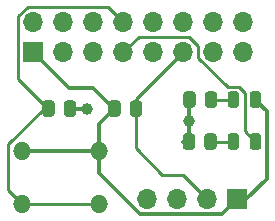
<source format=gtl>
G04 #@! TF.GenerationSoftware,KiCad,Pcbnew,5.1.10-88a1d61d58~90~ubuntu20.04.1*
G04 #@! TF.CreationDate,2021-08-20T19:04:53-03:00*
G04 #@! TF.ProjectId,003_Raspberry_Pi_HAT,3030335f-5261-4737-9062-657272795f50,V1*
G04 #@! TF.SameCoordinates,Original*
G04 #@! TF.FileFunction,Copper,L1,Top*
G04 #@! TF.FilePolarity,Positive*
%FSLAX46Y46*%
G04 Gerber Fmt 4.6, Leading zero omitted, Abs format (unit mm)*
G04 Created by KiCad (PCBNEW 5.1.10-88a1d61d58~90~ubuntu20.04.1) date 2021-08-20 19:04:53*
%MOMM*%
%LPD*%
G01*
G04 APERTURE LIST*
G04 #@! TA.AperFunction,ComponentPad*
%ADD10O,1.524000X1.524000*%
G04 #@! TD*
G04 #@! TA.AperFunction,ComponentPad*
%ADD11R,1.700000X1.700000*%
G04 #@! TD*
G04 #@! TA.AperFunction,ComponentPad*
%ADD12O,1.700000X1.700000*%
G04 #@! TD*
G04 #@! TA.AperFunction,ViaPad*
%ADD13C,1.000000*%
G04 #@! TD*
G04 #@! TA.AperFunction,Conductor*
%ADD14C,0.250000*%
G04 #@! TD*
G04 #@! TA.AperFunction,Conductor*
%ADD15C,0.300000*%
G04 #@! TD*
G04 APERTURE END LIST*
G04 #@! TA.AperFunction,SMDPad,CuDef*
G36*
G01*
X125653500Y-111708250D02*
X125653500Y-110795750D01*
G75*
G02*
X125897250Y-110552000I243750J0D01*
G01*
X126384750Y-110552000D01*
G75*
G02*
X126628500Y-110795750I0J-243750D01*
G01*
X126628500Y-111708250D01*
G75*
G02*
X126384750Y-111952000I-243750J0D01*
G01*
X125897250Y-111952000D01*
G75*
G02*
X125653500Y-111708250I0J243750D01*
G01*
G37*
G04 #@! TD.AperFunction*
G04 #@! TA.AperFunction,SMDPad,CuDef*
G36*
G01*
X127528500Y-111708250D02*
X127528500Y-110795750D01*
G75*
G02*
X127772250Y-110552000I243750J0D01*
G01*
X128259750Y-110552000D01*
G75*
G02*
X128503500Y-110795750I0J-243750D01*
G01*
X128503500Y-111708250D01*
G75*
G02*
X128259750Y-111952000I-243750J0D01*
G01*
X127772250Y-111952000D01*
G75*
G02*
X127528500Y-111708250I0J243750D01*
G01*
G37*
G04 #@! TD.AperFunction*
G04 #@! TA.AperFunction,SMDPad,CuDef*
G36*
G01*
X127528500Y-108152250D02*
X127528500Y-107239750D01*
G75*
G02*
X127772250Y-106996000I243750J0D01*
G01*
X128259750Y-106996000D01*
G75*
G02*
X128503500Y-107239750I0J-243750D01*
G01*
X128503500Y-108152250D01*
G75*
G02*
X128259750Y-108396000I-243750J0D01*
G01*
X127772250Y-108396000D01*
G75*
G02*
X127528500Y-108152250I0J243750D01*
G01*
G37*
G04 #@! TD.AperFunction*
G04 #@! TA.AperFunction,SMDPad,CuDef*
G36*
G01*
X125653500Y-108152250D02*
X125653500Y-107239750D01*
G75*
G02*
X125897250Y-106996000I243750J0D01*
G01*
X126384750Y-106996000D01*
G75*
G02*
X126628500Y-107239750I0J-243750D01*
G01*
X126628500Y-108152250D01*
G75*
G02*
X126384750Y-108396000I-243750J0D01*
G01*
X125897250Y-108396000D01*
G75*
G02*
X125653500Y-108152250I0J243750D01*
G01*
G37*
G04 #@! TD.AperFunction*
G04 #@! TA.AperFunction,SMDPad,CuDef*
G36*
G01*
X111802500Y-108908001D02*
X111802500Y-108007999D01*
G75*
G02*
X112052499Y-107758000I249999J0D01*
G01*
X112577501Y-107758000D01*
G75*
G02*
X112827500Y-108007999I0J-249999D01*
G01*
X112827500Y-108908001D01*
G75*
G02*
X112577501Y-109158000I-249999J0D01*
G01*
X112052499Y-109158000D01*
G75*
G02*
X111802500Y-108908001I0J249999D01*
G01*
G37*
G04 #@! TD.AperFunction*
G04 #@! TA.AperFunction,SMDPad,CuDef*
G36*
G01*
X109977500Y-108908001D02*
X109977500Y-108007999D01*
G75*
G02*
X110227499Y-107758000I249999J0D01*
G01*
X110752501Y-107758000D01*
G75*
G02*
X111002500Y-108007999I0J-249999D01*
G01*
X111002500Y-108908001D01*
G75*
G02*
X110752501Y-109158000I-249999J0D01*
G01*
X110227499Y-109158000D01*
G75*
G02*
X109977500Y-108908001I0J249999D01*
G01*
G37*
G04 #@! TD.AperFunction*
G04 #@! TA.AperFunction,SMDPad,CuDef*
G36*
G01*
X115565500Y-108908001D02*
X115565500Y-108007999D01*
G75*
G02*
X115815499Y-107758000I249999J0D01*
G01*
X116340501Y-107758000D01*
G75*
G02*
X116590500Y-108007999I0J-249999D01*
G01*
X116590500Y-108908001D01*
G75*
G02*
X116340501Y-109158000I-249999J0D01*
G01*
X115815499Y-109158000D01*
G75*
G02*
X115565500Y-108908001I0J249999D01*
G01*
G37*
G04 #@! TD.AperFunction*
G04 #@! TA.AperFunction,SMDPad,CuDef*
G36*
G01*
X117390500Y-108908001D02*
X117390500Y-108007999D01*
G75*
G02*
X117640499Y-107758000I249999J0D01*
G01*
X118165501Y-107758000D01*
G75*
G02*
X118415500Y-108007999I0J-249999D01*
G01*
X118415500Y-108908001D01*
G75*
G02*
X118165501Y-109158000I-249999J0D01*
G01*
X117640499Y-109158000D01*
G75*
G02*
X117390500Y-108908001I0J249999D01*
G01*
G37*
G04 #@! TD.AperFunction*
G04 #@! TA.AperFunction,SMDPad,CuDef*
G36*
G01*
X122893500Y-110801999D02*
X122893500Y-111702001D01*
G75*
G02*
X122643501Y-111952000I-249999J0D01*
G01*
X122118499Y-111952000D01*
G75*
G02*
X121868500Y-111702001I0J249999D01*
G01*
X121868500Y-110801999D01*
G75*
G02*
X122118499Y-110552000I249999J0D01*
G01*
X122643501Y-110552000D01*
G75*
G02*
X122893500Y-110801999I0J-249999D01*
G01*
G37*
G04 #@! TD.AperFunction*
G04 #@! TA.AperFunction,SMDPad,CuDef*
G36*
G01*
X124718500Y-110801999D02*
X124718500Y-111702001D01*
G75*
G02*
X124468501Y-111952000I-249999J0D01*
G01*
X123943499Y-111952000D01*
G75*
G02*
X123693500Y-111702001I0J249999D01*
G01*
X123693500Y-110801999D01*
G75*
G02*
X123943499Y-110552000I249999J0D01*
G01*
X124468501Y-110552000D01*
G75*
G02*
X124718500Y-110801999I0J-249999D01*
G01*
G37*
G04 #@! TD.AperFunction*
G04 #@! TA.AperFunction,SMDPad,CuDef*
G36*
G01*
X124765500Y-107245999D02*
X124765500Y-108146001D01*
G75*
G02*
X124515501Y-108396000I-249999J0D01*
G01*
X123990499Y-108396000D01*
G75*
G02*
X123740500Y-108146001I0J249999D01*
G01*
X123740500Y-107245999D01*
G75*
G02*
X123990499Y-106996000I249999J0D01*
G01*
X124515501Y-106996000D01*
G75*
G02*
X124765500Y-107245999I0J-249999D01*
G01*
G37*
G04 #@! TD.AperFunction*
G04 #@! TA.AperFunction,SMDPad,CuDef*
G36*
G01*
X122940500Y-107245999D02*
X122940500Y-108146001D01*
G75*
G02*
X122690501Y-108396000I-249999J0D01*
G01*
X122165499Y-108396000D01*
G75*
G02*
X121915500Y-108146001I0J249999D01*
G01*
X121915500Y-107245999D01*
G75*
G02*
X122165499Y-106996000I249999J0D01*
G01*
X122690501Y-106996000D01*
G75*
G02*
X122940500Y-107245999I0J-249999D01*
G01*
G37*
G04 #@! TD.AperFunction*
D10*
X108254800Y-112039400D03*
X114757200Y-112039400D03*
X108254800Y-116560600D03*
X114757200Y-116560600D03*
D11*
X126492000Y-116078000D03*
D12*
X123952000Y-116078000D03*
X121412000Y-116078000D03*
X118872000Y-116078000D03*
D11*
X109220000Y-103632000D03*
D12*
X109220000Y-101092000D03*
X111760000Y-103632000D03*
X111760000Y-101092000D03*
X114300000Y-103632000D03*
X114300000Y-101092000D03*
X116840000Y-103632000D03*
X116840000Y-101092000D03*
X119380000Y-103632000D03*
X119380000Y-101092000D03*
X121920000Y-103632000D03*
X121920000Y-101092000D03*
X124460000Y-103632000D03*
X124460000Y-101092000D03*
X127000000Y-103632000D03*
X127000000Y-101092000D03*
D13*
X113792000Y-108458000D03*
X122428000Y-109474000D03*
D14*
X124206000Y-111252000D02*
X126141000Y-111252000D01*
X122384001Y-102356999D02*
X123190000Y-103162998D01*
X118115001Y-102356999D02*
X122384001Y-102356999D01*
X116840000Y-103632000D02*
X118115001Y-102356999D01*
X127103490Y-107154140D02*
X127103490Y-110339490D01*
X126620340Y-106670990D02*
X127103490Y-107154140D01*
X125720990Y-106670990D02*
X126620340Y-106670990D01*
X123190000Y-104140000D02*
X125720990Y-106670990D01*
X127103490Y-110339490D02*
X128016000Y-111252000D01*
X123190000Y-103162998D02*
X123190000Y-104140000D01*
D15*
X114757200Y-112039400D02*
X108254800Y-112039400D01*
X114757200Y-109778800D02*
X116078000Y-108458000D01*
X114757200Y-112039400D02*
X114757200Y-109778800D01*
X109220000Y-103632000D02*
X112268000Y-106680000D01*
X114300000Y-106680000D02*
X116078000Y-108458000D01*
X112268000Y-106680000D02*
X114300000Y-106680000D01*
X126492000Y-116078000D02*
X127254000Y-116078000D01*
X128953510Y-108633510D02*
X128016000Y-107696000D01*
X128953510Y-114378490D02*
X128953510Y-108633510D01*
X127254000Y-116078000D02*
X128953510Y-114378490D01*
X114757200Y-113887202D02*
X114757200Y-112039400D01*
X118247999Y-117378001D02*
X114757200Y-113887202D01*
X125191999Y-117378001D02*
X118247999Y-117378001D01*
X126492000Y-116078000D02*
X125191999Y-117378001D01*
D14*
X124253000Y-107696000D02*
X126141000Y-107696000D01*
D15*
X122381000Y-111252000D02*
X121920000Y-111252000D01*
X112315000Y-108458000D02*
X113792000Y-108458000D01*
X113792000Y-108458000D02*
X113792000Y-108458000D01*
X122428000Y-111205000D02*
X122381000Y-111252000D01*
X122428000Y-107696000D02*
X122428000Y-109474000D01*
X122428000Y-109474000D02*
X122428000Y-111205000D01*
D14*
X107067799Y-111469639D02*
X110079438Y-108458000D01*
X110079438Y-108458000D02*
X110490000Y-108458000D01*
X107067799Y-115373599D02*
X107067799Y-111469639D01*
X108254800Y-116560600D02*
X107067799Y-115373599D01*
X108254800Y-116560600D02*
X114757200Y-116560600D01*
X115564999Y-99816999D02*
X116840000Y-101092000D01*
X108755999Y-99816999D02*
X115564999Y-99816999D01*
X107944999Y-100627999D02*
X108755999Y-99816999D01*
X107944999Y-105912999D02*
X107944999Y-100627999D01*
X110490000Y-108458000D02*
X107944999Y-105912999D01*
X123952000Y-116078000D02*
X121920000Y-114046000D01*
X120142000Y-114046000D02*
X117903000Y-111807000D01*
X117903000Y-111807000D02*
X117903000Y-108458000D01*
X121920000Y-114046000D02*
X120142000Y-114046000D01*
X117903000Y-107649000D02*
X121920000Y-103632000D01*
X117903000Y-108458000D02*
X117903000Y-107649000D01*
M02*

</source>
